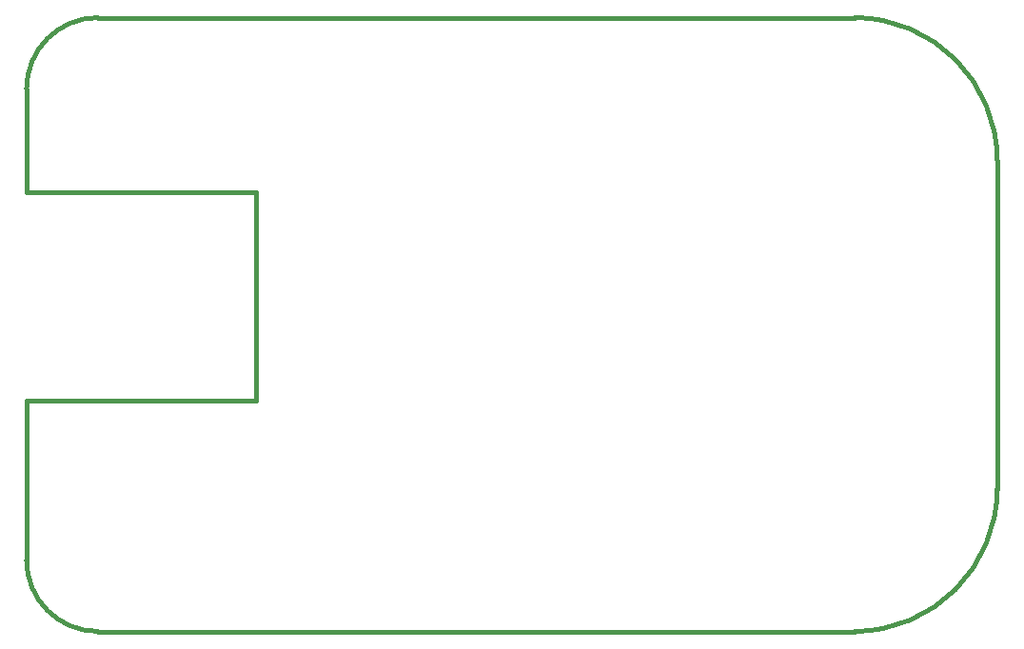
<source format=gko>
G04 (created by PCBNEW (2013-05-31 BZR 4019)-stable) date 12/30/2013 3:52:41 PM*
%MOIN*%
G04 Gerber Fmt 3.4, Leading zero omitted, Abs format*
%FSLAX34Y34*%
G01*
G70*
G90*
G04 APERTURE LIST*
%ADD10C,0.00590551*%
%ADD11C,0.015*%
G04 APERTURE END LIST*
G54D10*
G54D11*
X-29250Y2500D02*
G75*
G03X-31750Y0I0J-2500D01*
G74*
G01*
X-2750Y2500D02*
X-29250Y2500D01*
X-31750Y-3600D02*
X-23700Y-3600D01*
X-31750Y0D02*
X-31750Y-3600D01*
X-31750Y-10900D02*
X-31750Y-16000D01*
X-31750Y-10900D02*
X-23700Y-10900D01*
X-23700Y-10900D02*
X-23700Y-3600D01*
X-31750Y-16500D02*
X-31750Y-16000D01*
X-2750Y-19000D02*
X-29250Y-19000D01*
X2250Y-14000D02*
X2250Y-2500D01*
X-2750Y-19000D02*
G75*
G03X2250Y-14000I0J5000D01*
G74*
G01*
X2250Y-2500D02*
G75*
G03X-2750Y2500I-5000J0D01*
G74*
G01*
X-31750Y-16500D02*
G75*
G03X-29250Y-19000I2500J0D01*
G74*
G01*
M02*

</source>
